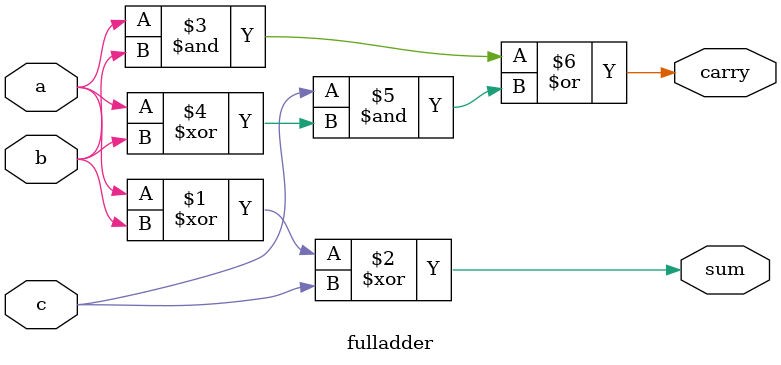
<source format=v>
module fulladder(
    input a,
    input b,
    input c,
    output sum,
    output carry
);

assign sum = (a ^ b) ^ c;
assign carry = (a & b) | (c & (a ^ b));

endmodule // fulladder
</source>
